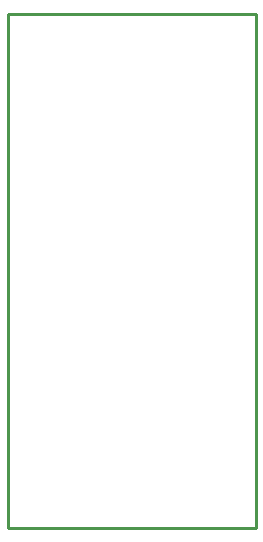
<source format=gbr>
%TF.GenerationSoftware,Altium Limited,Altium Designer,22.8.2 (66)*%
G04 Layer_Color=16711935*
%FSLAX45Y45*%
%MOMM*%
%TF.SameCoordinates,BD556100-397B-4985-8EB5-C039F1F1876F*%
%TF.FilePolarity,Positive*%
%TF.FileFunction,Other,Mechanical_1*%
%TF.Part,Single*%
G01*
G75*
%TA.AperFunction,NonConductor*%
%ADD76C,0.25400*%
D76*
X2282000Y1748300D02*
Y6098300D01*
X182000Y1748300D02*
Y6098300D01*
Y1748300D02*
X2282000D01*
X182000Y6098300D02*
X2282000D01*
%TF.MD5,9805b866e28ff894d8ffb098a5cf8f65*%
M02*

</source>
